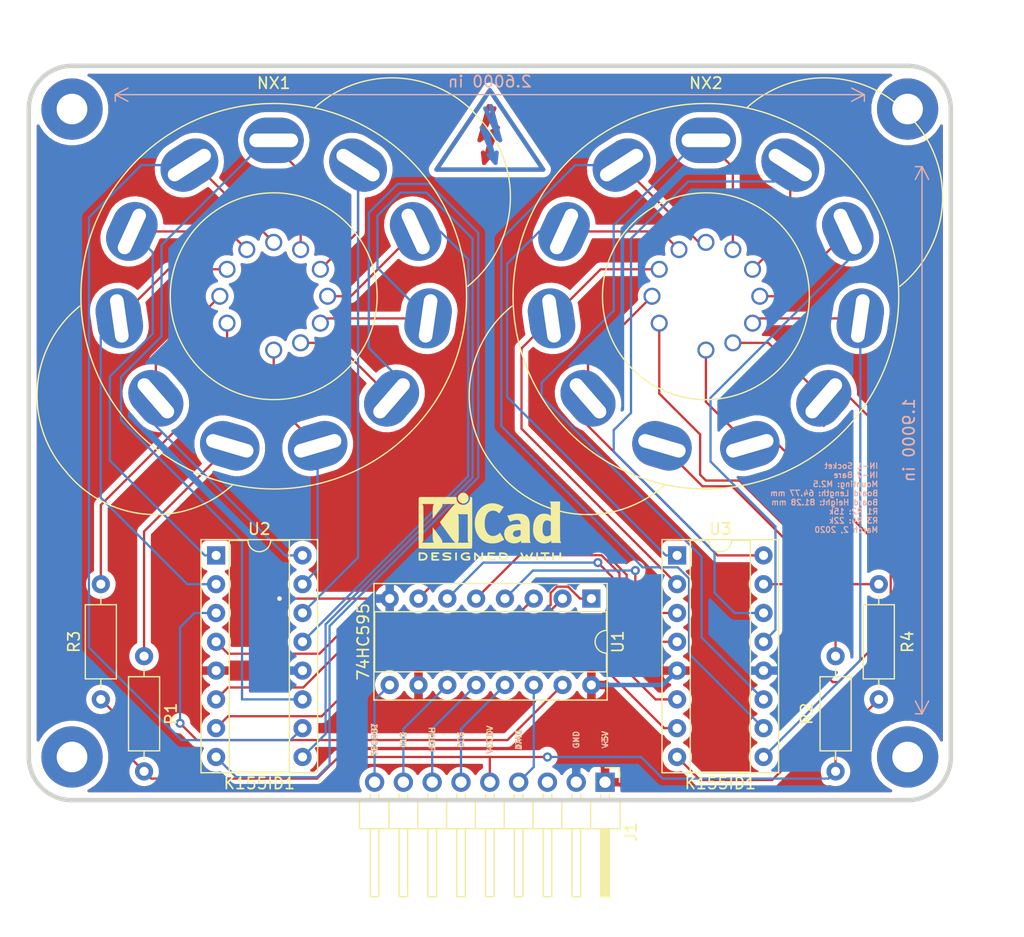
<source format=kicad_pcb>
(kicad_pcb (version 20171130) (host pcbnew "(5.1.5-0-10_14)")
  (layers (0 F.Cu signal) (31 B.Cu signal) (34 B.Paste user) (35 F.Paste user) (36 B.SilkS user) (37 F.SilkS user) (38 B.Mask user) (39 F.Mask user) (44 Edge.Cuts user))
  (net 0 "")
  (net 1 /LATCH)
  (net 2 /CLK)
  (net 3 /DATA)
  (net 4 /nOE)
  (net 5 "Net-(J1-Pad4)")
  (net 6 /SEROUT)
  (net 7 GND)
  (net 8 +5V)
  (net 9 /NX1_Anode)
  (net 10 /NX1_0)
  (net 11 /NX1_9)
  (net 12 /NX1_8)
  (net 13 /NX1_7)
  (net 14 /NX1_6)
  (net 15 /NX1_5)
  (net 16 /NX1_4)
  (net 17 /NX1_3)
  (net 18 /NX1_2)
  (net 19 /NX1_1)
  (net 20 /NX2_Anode)
  (net 21 /NX2_0)
  (net 22 /NX2_9)
  (net 23 /NX2_8)
  (net 24 /NX2_7)
  (net 25 /NX2_6)
  (net 26 /NX2_5)
  (net 27 /NX2_4)
  (net 28 /NX2_3)
  (net 29 /NX2_2)
  (net 30 /NX2_1)
  (net 31 /A1)
  (net 32 /D2)
  (net 33 /C2)
  (net 34 /B2)
  (net 35 /A2)
  (net 36 /D1)
  (net 37 /C1)
  (net 38 /B1)
  (net 39 /+170V)
  (net 40 /NX3_Anode)
  (net 41 /NX4_Anode)
  (module Symbol:Symbol_HighVoltage_Type2_CopperTop_VerySmall (layer B.Cu) (at 82.55 49.53 180)
    (fp_text reference REF** hide)
    (fp_text value Symbol_HighVoltage_Type2_CopperTop_VerySmall)
    (fp_line (start -0.49784 -2.19964) (end 0.70104 0.89916) (layer B.Cu) (width 0.381))
    (fp_line (start 0.70104 0.89916) (end 0.1016 0.50038) (layer B.Cu) (width 0.381))
    (fp_line (start -0.89916 -0.20066) (end 0.40132 2.60096) (layer B.Cu) (width 0.381))
    (fp_line (start -0.49784 -2.19964) (end 0.1016 -1.50114) (layer B.Cu) (width 0.381))
    (fp_line (start -0.09906 2.79908) (end -0.89916 -0.20066) (layer B.Cu) (width 0.381))
    (fp_line (start -0.89916 -0.20066) (end 0.29972 0.59944) (layer B.Cu) (width 0.381))
    (fp_line (start 0.29972 0.59944) (end -0.49784 -2.19964) (layer B.Cu) (width 0.381))
    (fp_line (start -0.49784 -2.19964) (end -0.59944 -1.30048) (layer B.Cu) (width 0.381))
    (fp_line (start 0 4.191) (end 4.699 -2.794) (layer B.Cu) (width 0.381))
    (fp_line (start 4.699 -2.794) (end -4.699 -2.794) (layer B.Cu) (width 0.381))
    (fp_line (start -4.699 -2.794) (end 0 4.191) (layer B.Cu) (width 0.381))
  )
  (module Symbol:Symbol_HighVoltage_Type2_CopperTop_VerySmall (layer F.Cu) (at 82.55 49.53)
    (fp_text reference REF** hide)
    (fp_text value Symbol_HighVoltage_Type2_CopperTop_VerySmall)
    (fp_line (start -4.699 2.794) (end 0 -4.191) (layer F.Cu) (width 0.381))
    (fp_line (start 4.699 2.794) (end -4.699 2.794) (layer F.Cu) (width 0.381))
    (fp_line (start 0 -4.191) (end 4.699 2.794) (layer F.Cu) (width 0.381))
    (fp_line (start -0.49784 2.19964) (end -0.59944 1.30048) (layer F.Cu) (width 0.381))
    (fp_line (start 0.29972 -0.59944) (end -0.49784 2.19964) (layer F.Cu) (width 0.381))
    (fp_line (start -0.89916 0.20066) (end 0.29972 -0.59944) (layer F.Cu) (width 0.381))
    (fp_line (start -0.09906 -2.79908) (end -0.89916 0.20066) (layer F.Cu) (width 0.381))
    (fp_line (start -0.49784 2.19964) (end 0.1016 1.50114) (layer F.Cu) (width 0.381))
    (fp_line (start -0.89916 0.20066) (end 0.40132 -2.60096) (layer F.Cu) (width 0.381))
    (fp_line (start 0.70104 -0.89916) (end 0.1016 -0.50038) (layer F.Cu) (width 0.381))
    (fp_line (start -0.49784 2.19964) (end 0.70104 -0.89916) (layer F.Cu) (width 0.381))
  )
  (module Symbol:KiCad-Logo2_5mm_SilkScreen (layer F.Cu) (at 82.55 83.82)
    (fp_text reference REF** hide)
    (fp_text value KiCad-Logo2_5mm_SilkScreen hide)
  )
  (module MountingHole:MountingHole_2.7mm_M2.5_Pad (layer F.Cu) (at 45.72 104.14)
    (fp_text reference REF** hide)
    (fp_text value MountingHole_2.7mm_M2.5_Pad)
    (pad 1 thru_hole circle (at 0 0) (size 5.4 5.4) (drill 2.7) (layers *.Cu *.Mask))
  )
  (module MountingHole:MountingHole_2.7mm_M2.5_Pad (layer F.Cu) (at 119.38 104.14)
    (fp_text reference REF** hide)
    (fp_text value MountingHole_2.7mm_M2.5_Pad)
    (pad 1 thru_hole circle (at 0 0) (size 5.4 5.4) (drill 2.7) (layers *.Cu *.Mask))
  )
  (module MountingHole:MountingHole_2.7mm_M2.5_Pad (layer F.Cu) (at 45.72 46.99)
    (fp_text reference REF** hide)
    (fp_text value MountingHole_2.7mm_M2.5_Pad)
    (pad 1 thru_hole circle (at 0 0) (size 5.4 5.4) (drill 2.7) (layers *.Cu *.Mask))
  )
  (module MountingHole:MountingHole_2.7mm_M2.5_Pad (layer F.Cu) (at 119.38 46.99)
    (fp_text reference REF** hide)
    (fp_text value MountingHole_2.7mm_M2.5_Pad)
    (pad 1 thru_hole circle (at 0 0) (size 5.4 5.4) (drill 2.7) (layers *.Cu *.Mask))
  )
  (module Resistor_THT:R_Axial_DIN0207_L6.3mm_D2.5mm_P10.16mm_Horizontal (layer F.Cu) (at 116.84 99.06 90)
    (fp_text reference R4 (at 5.08 2.54 90) (layer F.SilkS))
    (fp_text value 22k)
    (pad 2 thru_hole oval (at 10.16 0 90) (size 1.6 1.6) (drill 0.8) (layers *.Cu *.Mask) (net 41 /NX4_Anode))
    (pad 1 thru_hole circle (at 0 0 90) (size 1.6 1.6) (drill 0.8) (layers *.Cu *.Mask) (net 39 /+170V))
  )
  (module Resistor_THT:R_Axial_DIN0207_L6.3mm_D2.5mm_P10.16mm_Horizontal (layer F.Cu) (at 48.26 99.06 90)
    (fp_text reference R3 (at 5.08 -2.37 90) (layer F.SilkS))
    (fp_text value 22k)
    (pad 2 thru_hole oval (at 10.16 0 90) (size 1.6 1.6) (drill 0.8) (layers *.Cu *.Mask) (net 40 /NX3_Anode))
    (pad 1 thru_hole circle (at 0 0 90) (size 1.6 1.6) (drill 0.8) (layers *.Cu *.Mask) (net 39 /+170V))
  )
  (module Personal:IN-2_Bare (layer F.Cu) (at 101.6 63.5)
    (fp_text reference NX4 hide)
    (fp_text value IN-2 hide)
    (pad 1 thru_hole oval (at 0 4.75) (size 1.5 1.5) (drill 1.1) (layers *.Cu *.Mask) (net 30 /NX2_1))
    (pad 2 thru_hole oval (at 2.375 4.11362) (size 1.5 1.5) (drill 1.1) (layers *.Cu *.Mask) (net 29 /NX2_2))
    (pad 3 thru_hole oval (at 4.11362 2.375) (size 1.5 1.5) (drill 1.1) (layers *.Cu *.Mask) (net 28 /NX2_3))
    (pad 4 thru_hole oval (at 4.75 0) (size 1.5 1.5) (drill 1.1) (layers *.Cu *.Mask) (net 27 /NX2_4))
    (pad 5 thru_hole oval (at 4.11362 -2.375) (size 1.5 1.5) (drill 1.1) (layers *.Cu *.Mask) (net 26 /NX2_5))
    (pad 6 thru_hole oval (at 2.375 -4.11362) (size 1.5 1.5) (drill 1.1) (layers *.Cu *.Mask) (net 25 /NX2_6))
    (pad 7 thru_hole oval (at 0 -4.75) (size 1.5 1.5) (drill 1.1) (layers *.Cu *.Mask) (net 24 /NX2_7))
    (pad 8 thru_hole oval (at -2.374999 -4.11362) (size 1.5 1.5) (drill 1.1) (layers *.Cu *.Mask) (net 23 /NX2_8))
    (pad 9 thru_hole oval (at -4.11362 -2.374999) (size 1.5 1.5) (drill 1.1) (layers *.Cu *.Mask) (net 22 /NX2_9))
    (pad 0 thru_hole oval (at -4.75 0) (size 1.5 1.5) (drill 1.1) (layers *.Cu *.Mask) (net 21 /NX2_0))
    (pad A thru_hole oval (at -4.11362 2.374999) (size 1.5 1.5) (drill 1.1) (layers *.Cu *.Mask) (net 41 /NX4_Anode))
  )
  (module Personal:IN-2_Bare (layer F.Cu) (at 63.5 63.5)
    (fp_text reference NX3 hide)
    (fp_text value IN-2 hide)
    (pad 1 thru_hole oval (at 0 4.75) (size 1.5 1.5) (drill 1.1) (layers *.Cu *.Mask) (net 19 /NX1_1))
    (pad 2 thru_hole oval (at 2.375 4.11362) (size 1.5 1.5) (drill 1.1) (layers *.Cu *.Mask) (net 18 /NX1_2))
    (pad 3 thru_hole oval (at 4.11362 2.375) (size 1.5 1.5) (drill 1.1) (layers *.Cu *.Mask) (net 17 /NX1_3))
    (pad 4 thru_hole oval (at 4.75 0) (size 1.5 1.5) (drill 1.1) (layers *.Cu *.Mask) (net 16 /NX1_4))
    (pad 5 thru_hole oval (at 4.11362 -2.375) (size 1.5 1.5) (drill 1.1) (layers *.Cu *.Mask) (net 15 /NX1_5))
    (pad 6 thru_hole oval (at 2.375 -4.11362) (size 1.5 1.5) (drill 1.1) (layers *.Cu *.Mask) (net 14 /NX1_6))
    (pad 7 thru_hole oval (at 0 -4.75) (size 1.5 1.5) (drill 1.1) (layers *.Cu *.Mask) (net 13 /NX1_7))
    (pad 8 thru_hole oval (at -2.374999 -4.11362) (size 1.5 1.5) (drill 1.1) (layers *.Cu *.Mask) (net 12 /NX1_8))
    (pad 9 thru_hole oval (at -4.11362 -2.374999) (size 1.5 1.5) (drill 1.1) (layers *.Cu *.Mask) (net 11 /NX1_9))
    (pad 0 thru_hole oval (at -4.75 0) (size 1.5 1.5) (drill 1.1) (layers *.Cu *.Mask) (net 10 /NX1_0))
    (pad A thru_hole oval (at -4.11362 2.374999) (size 1.5 1.5) (drill 1.1) (layers *.Cu *.Mask) (net 40 /NX3_Anode))
  )
  (module Package_DIP:DIP-16_W7.62mm_Socket (layer F.Cu) (at 99.06 86.36)
    (fp_text reference U3 (at 3.81 -2.33) (layer F.SilkS))
    (fp_text value K155ID1 (at 3.81 20.11) (layer F.SilkS))
    (pad 16 thru_hole oval (at 7.62 0) (size 1.6 1.6) (drill 0.8) (layers *.Cu *.Mask) (net 21 /NX2_0))
    (pad 8 thru_hole oval (at 0 17.78) (size 1.6 1.6) (drill 0.8) (layers *.Cu *.Mask) (net 29 /NX2_2))
    (pad 15 thru_hole oval (at 7.62 2.54) (size 1.6 1.6) (drill 0.8) (layers *.Cu *.Mask) (net 30 /NX2_1))
    (pad 7 thru_hole oval (at 0 15.24) (size 1.6 1.6) (drill 0.8) (layers *.Cu *.Mask) (net 33 /C2))
    (pad 14 thru_hole oval (at 7.62 5.08) (size 1.6 1.6) (drill 0.8) (layers *.Cu *.Mask) (net 26 /NX2_5))
    (pad 6 thru_hole oval (at 0 12.7) (size 1.6 1.6) (drill 0.8) (layers *.Cu *.Mask) (net 34 /B2))
    (pad 13 thru_hole oval (at 7.62 7.62) (size 1.6 1.6) (drill 0.8) (layers *.Cu *.Mask) (net 27 /NX2_4))
    (pad 5 thru_hole oval (at 0 10.16) (size 1.6 1.6) (drill 0.8) (layers *.Cu *.Mask) (net 8 +5V))
    (pad 12 thru_hole oval (at 7.62 10.16) (size 1.6 1.6) (drill 0.8) (layers *.Cu *.Mask) (net 7 GND))
    (pad 4 thru_hole oval (at 0 7.62) (size 1.6 1.6) (drill 0.8) (layers *.Cu *.Mask) (net 32 /D2))
    (pad 11 thru_hole oval (at 7.62 12.7) (size 1.6 1.6) (drill 0.8) (layers *.Cu *.Mask) (net 25 /NX2_6))
    (pad 3 thru_hole oval (at 0 5.08) (size 1.6 1.6) (drill 0.8) (layers *.Cu *.Mask) (net 35 /A2))
    (pad 10 thru_hole oval (at 7.62 15.24) (size 1.6 1.6) (drill 0.8) (layers *.Cu *.Mask) (net 24 /NX2_7))
    (pad 2 thru_hole oval (at 0 2.54) (size 1.6 1.6) (drill 0.8) (layers *.Cu *.Mask) (net 22 /NX2_9))
    (pad 9 thru_hole oval (at 7.62 17.78) (size 1.6 1.6) (drill 0.8) (layers *.Cu *.Mask) (net 28 /NX2_3))
    (pad 1 thru_hole rect (at 0 0) (size 1.6 1.6) (drill 0.8) (layers *.Cu *.Mask) (net 23 /NX2_8))
  )
  (module Package_DIP:DIP-16_W7.62mm_Socket (layer F.Cu) (at 58.42 86.36)
    (fp_text reference U2 (at 3.81 -2.33) (layer F.SilkS))
    (fp_text value K155ID1 (at 3.81 20.11) (layer F.SilkS))
    (pad 16 thru_hole oval (at 7.62 0) (size 1.6 1.6) (drill 0.8) (layers *.Cu *.Mask) (net 10 /NX1_0))
    (pad 8 thru_hole oval (at 0 17.78) (size 1.6 1.6) (drill 0.8) (layers *.Cu *.Mask) (net 18 /NX1_2))
    (pad 15 thru_hole oval (at 7.62 2.54) (size 1.6 1.6) (drill 0.8) (layers *.Cu *.Mask) (net 19 /NX1_1))
    (pad 7 thru_hole oval (at 0 15.24) (size 1.6 1.6) (drill 0.8) (layers *.Cu *.Mask) (net 37 /C1))
    (pad 14 thru_hole oval (at 7.62 5.08) (size 1.6 1.6) (drill 0.8) (layers *.Cu *.Mask) (net 15 /NX1_5))
    (pad 6 thru_hole oval (at 0 12.7) (size 1.6 1.6) (drill 0.8) (layers *.Cu *.Mask) (net 38 /B1))
    (pad 13 thru_hole oval (at 7.62 7.62) (size 1.6 1.6) (drill 0.8) (layers *.Cu *.Mask) (net 16 /NX1_4))
    (pad 5 thru_hole oval (at 0 10.16) (size 1.6 1.6) (drill 0.8) (layers *.Cu *.Mask) (net 8 +5V))
    (pad 12 thru_hole oval (at 7.62 10.16) (size 1.6 1.6) (drill 0.8) (layers *.Cu *.Mask) (net 7 GND))
    (pad 4 thru_hole oval (at 0 7.62) (size 1.6 1.6) (drill 0.8) (layers *.Cu *.Mask) (net 36 /D1))
    (pad 11 thru_hole oval (at 7.62 12.7) (size 1.6 1.6) (drill 0.8) (layers *.Cu *.Mask) (net 14 /NX1_6))
    (pad 3 thru_hole oval (at 0 5.08) (size 1.6 1.6) (drill 0.8) (layers *.Cu *.Mask) (net 31 /A1))
    (pad 10 thru_hole oval (at 7.62 15.24) (size 1.6 1.6) (drill 0.8) (layers *.Cu *.Mask) (net 13 /NX1_7))
    (pad 2 thru_hole oval (at 0 2.54) (size 1.6 1.6) (drill 0.8) (layers *.Cu *.Mask) (net 11 /NX1_9))
    (pad 9 thru_hole oval (at 7.62 17.78) (size 1.6 1.6) (drill 0.8) (layers *.Cu *.Mask) (net 17 /NX1_3))
    (pad 1 thru_hole rect (at 0 0) (size 1.6 1.6) (drill 0.8) (layers *.Cu *.Mask) (net 12 /NX1_8))
  )
  (module Package_DIP:DIP-16_W7.62mm_Socket (layer F.Cu) (at 91.5035 90.17 270)
    (fp_text reference U1 (at 3.81 -2.33 90) (layer F.SilkS))
    (fp_text value 74HC595 (at 3.81 20.11 90) (layer F.SilkS))
    (pad 16 thru_hole oval (at 7.62 0 270) (size 1.6 1.6) (drill 0.8) (layers *.Cu *.Mask) (net 8 +5V))
    (pad 8 thru_hole oval (at 0 17.78 270) (size 1.6 1.6) (drill 0.8) (layers *.Cu *.Mask) (net 7 GND))
    (pad 15 thru_hole oval (at 7.62 2.54 270) (size 1.6 1.6) (drill 0.8) (layers *.Cu *.Mask) (net 31 /A1))
    (pad 7 thru_hole oval (at 0 15.24 270) (size 1.6 1.6) (drill 0.8) (layers *.Cu *.Mask) (net 32 /D2))
    (pad 14 thru_hole oval (at 7.62 5.08 270) (size 1.6 1.6) (drill 0.8) (layers *.Cu *.Mask) (net 3 /DATA))
    (pad 6 thru_hole oval (at 0 12.7 270) (size 1.6 1.6) (drill 0.8) (layers *.Cu *.Mask) (net 33 /C2))
    (pad 13 thru_hole oval (at 7.62 7.62 270) (size 1.6 1.6) (drill 0.8) (layers *.Cu *.Mask) (net 4 /nOE))
    (pad 5 thru_hole oval (at 0 10.16 270) (size 1.6 1.6) (drill 0.8) (layers *.Cu *.Mask) (net 34 /B2))
    (pad 12 thru_hole oval (at 7.62 10.16 270) (size 1.6 1.6) (drill 0.8) (layers *.Cu *.Mask) (net 1 /LATCH))
    (pad 4 thru_hole oval (at 0 7.62 270) (size 1.6 1.6) (drill 0.8) (layers *.Cu *.Mask) (net 35 /A2))
    (pad 11 thru_hole oval (at 7.62 12.7 270) (size 1.6 1.6) (drill 0.8) (layers *.Cu *.Mask) (net 2 /CLK))
    (pad 3 thru_hole oval (at 0 5.08 270) (size 1.6 1.6) (drill 0.8) (layers *.Cu *.Mask) (net 36 /D1))
    (pad 10 thru_hole oval (at 7.62 15.24 270) (size 1.6 1.6) (drill 0.8) (layers *.Cu *.Mask) (net 8 +5V))
    (pad 2 thru_hole oval (at 0 2.54 270) (size 1.6 1.6) (drill 0.8) (layers *.Cu *.Mask) (net 37 /C1))
    (pad 9 thru_hole oval (at 7.62 17.78 270) (size 1.6 1.6) (drill 0.8) (layers *.Cu *.Mask) (net 6 /SEROUT))
    (pad 1 thru_hole rect (at 0 0 270) (size 1.6 1.6) (drill 0.8) (layers *.Cu *.Mask) (net 38 /B1))
  )
  (module Resistor_THT:R_Axial_DIN0207_L6.3mm_D2.5mm_P10.16mm_Horizontal (layer F.Cu) (at 113.03 95.25 270)
    (fp_text reference R2 (at 5.08 2.54 90) (layer F.SilkS))
    (fp_text value 15k)
    (pad 2 thru_hole oval (at 10.16 0 270) (size 1.6 1.6) (drill 0.8) (layers *.Cu *.Mask) (net 39 /+170V))
    (pad 1 thru_hole circle (at 0 0 270) (size 1.6 1.6) (drill 0.8) (layers *.Cu *.Mask) (net 20 /NX2_Anode))
  )
  (module Resistor_THT:R_Axial_DIN0207_L6.3mm_D2.5mm_P10.16mm_Horizontal (layer F.Cu) (at 52.07 95.25 270)
    (fp_text reference R1 (at 5.08 -2.37 90) (layer F.SilkS))
    (fp_text value 15k)
    (pad 2 thru_hole oval (at 10.16 0 270) (size 1.6 1.6) (drill 0.8) (layers *.Cu *.Mask) (net 39 /+170V))
    (pad 1 thru_hole circle (at 0 0 270) (size 1.6 1.6) (drill 0.8) (layers *.Cu *.Mask) (net 9 /NX1_Anode))
  )
  (module Personal:IN-1_Socket (layer F.Cu) (at 101.6 63.5)
    (fp_text reference NX2 (at 0 -18.796) (layer F.SilkS))
    (fp_text value IN-1 hide)
    (pad A thru_hole oval (at -3.874659 13.192782 343.6) (size 5.3 4) (drill oval 4.3 1.2) (layers *.Cu *.Mask) (net 20 /NX2_Anode))
    (pad 0 thru_hole oval (at -10.392128 9.003675 310.9) (size 5.3 4) (drill oval 4.3 1.2) (layers *.Cu *.Mask) (net 21 /NX2_0))
    (pad 9 thru_hole oval (at -13.610168 1.955965 278.2) (size 5.3 4) (drill oval 4.3 1.2) (layers *.Cu *.Mask) (net 22 /NX2_9))
    (pad 8 thru_hole oval (at -12.507077 -5.71275 245.5) (size 5.3 4) (drill oval 4.3 1.2) (layers *.Cu *.Mask) (net 23 /NX2_8))
    (pad 7 thru_hole oval (at -7.433077 -11.567707 212.7) (size 5.3 4) (drill oval 4.3 1.2) (layers *.Cu *.Mask) (net 24 /NX2_7))
    (pad 6 thru_hole oval (at 0.000872 -13.749999 180) (size 5.3 4) (drill oval 4.3 1.2) (layers *.Cu *.Mask) (net 25 /NX2_6))
    (pad 5 thru_hole oval (at 7.434545 -11.566764 147.3) (size 5.3 4) (drill oval 4.3 1.2) (layers *.Cu *.Mask) (net 26 /NX2_5))
    (pad 4 thru_hole oval (at 12.507802 -5.711162 114.6) (size 5.3 4) (drill oval 4.3 1.2) (layers *.Cu *.Mask) (net 27 /NX2_4))
    (pad 3 thru_hole oval (at 13.60992 1.957692 81.8) (size 5.3 4) (drill oval 4.3 1.2) (layers *.Cu *.Mask) (net 28 /NX2_3))
    (pad 2 thru_hole oval (at 10.390985 9.004994 49.1) (size 5.3 4) (drill oval 4.3 1.2) (layers *.Cu *.Mask) (net 29 /NX2_2))
    (pad 1 thru_hole oval (at 3.872985 13.193274 16.4) (size 5.3 4) (drill oval 4.3 1.2) (layers *.Cu *.Mask) (net 30 /NX2_1))
  )
  (module Personal:IN-1_Socket (layer F.Cu) (at 63.5 63.5)
    (fp_text reference NX1 (at 0 -18.796) (layer F.SilkS))
    (fp_text value IN-1 hide)
    (pad A thru_hole oval (at -3.874659 13.192782 343.6) (size 5.3 4) (drill oval 4.3 1.2) (layers *.Cu *.Mask) (net 9 /NX1_Anode))
    (pad 0 thru_hole oval (at -10.392128 9.003675 310.9) (size 5.3 4) (drill oval 4.3 1.2) (layers *.Cu *.Mask) (net 10 /NX1_0))
    (pad 9 thru_hole oval (at -13.610168 1.955965 278.2) (size 5.3 4) (drill oval 4.3 1.2) (layers *.Cu *.Mask) (net 11 /NX1_9))
    (pad 8 thru_hole oval (at -12.507077 -5.71275 245.5) (size 5.3 4) (drill oval 4.3 1.2) (layers *.Cu *.Mask) (net 12 /NX1_8))
    (pad 7 thru_hole oval (at -7.433077 -11.567707 212.7) (size 5.3 4) (drill oval 4.3 1.2) (layers *.Cu *.Mask) (net 13 /NX1_7))
    (pad 6 thru_hole oval (at 0.000872 -13.749999 180) (size 5.3 4) (drill oval 4.3 1.2) (layers *.Cu *.Mask) (net 14 /NX1_6))
    (pad 5 thru_hole oval (at 7.434545 -11.566764 147.3) (size 5.3 4) (drill oval 4.3 1.2) (layers *.Cu *.Mask) (net 15 /NX1_5))
    (pad 4 thru_hole oval (at 12.507802 -5.711162 114.6) (size 5.3 4) (drill oval 4.3 1.2) (layers *.Cu *.Mask) (net 16 /NX1_4))
    (pad 3 thru_hole oval (at 13.60992 1.957692 81.8) (size 5.3 4) (drill oval 4.3 1.2) (layers *.Cu *.Mask) (net 17 /NX1_3))
    (pad 2 thru_hole oval (at 10.390985 9.004994 49.1) (size 5.3 4) (drill oval 4.3 1.2) (layers *.Cu *.Mask) (net 18 /NX1_2))
    (pad 1 thru_hole oval (at 3.872985 13.193274 16.4) (size 5.3 4) (drill oval 4.3 1.2) (layers *.Cu *.Mask) (net 19 /NX1_1))
  )
  (module Connector_PinHeader_2.54mm:PinHeader_1x09_P2.54mm_Horizontal (layer F.Cu) (at 92.71 106.3625 270)
    (fp_text reference J1 (at 4.385 -2.27 90) (layer F.SilkS))
    (fp_text value Conn_01x09_Male)
    (pad 9 thru_hole oval (at 0 20.32 270) (size 1.7 1.7) (drill 1) (layers *.Cu *.Mask) (net 6 /SEROUT))
    (pad 8 thru_hole oval (at 0 17.78 270) (size 1.7 1.7) (drill 1) (layers *.Cu *.Mask) (net 2 /CLK))
    (pad 7 thru_hole oval (at 0 15.24 270) (size 1.7 1.7) (drill 1) (layers *.Cu *.Mask) (net 1 /LATCH))
    (pad 6 thru_hole oval (at 0 12.7 270) (size 1.7 1.7) (drill 1) (layers *.Cu *.Mask) (net 4 /nOE))
    (pad 5 thru_hole oval (at 0 10.16 270) (size 1.7 1.7) (drill 1) (layers *.Cu *.Mask) (net 39 /+170V))
    (pad 4 thru_hole oval (at 0 7.62 270) (size 1.7 1.7) (drill 1) (layers *.Cu *.Mask) (net 3 /DATA))
    (pad 3 thru_hole oval (at 0 5.08 270) (size 1.7 1.7) (drill 1) (layers *.Cu *.Mask) (net 5 "Net-(J1-Pad4)"))
    (pad 2 thru_hole oval (at 0 2.54 270) (size 1.7 1.7) (drill 1) (layers *.Cu *.Mask) (net 7 GND))
    (pad 1 thru_hole rect (at 0 0 270) (size 1.7 1.7) (drill 1) (layers *.Cu *.Mask) (net 8 +5V))
  )
  (dimension 66.04 (width 0.12) (layer B.SilkS) (gr_text "73.66 mm" (at 82.55 46.99) (layer B.SilkS) (effects (font (size 1 1) (thickness 0.15)) (justify mirror))) (feature1 (pts (xy 115.57 45.72) (xy 115.57 46.306421))) (feature2 (pts (xy 49.53 45.72) (xy 49.53 46.306421))) (crossbar (pts (xy 49.53 45.72) (xy 115.57 45.72))) (arrow1a (pts (xy 115.57 45.72) (xy 114.443496 46.306421))) (arrow1b (pts (xy 115.57 45.72) (xy 114.443496 45.133579))) (arrow2a (pts (xy 49.53 45.72) (xy 50.656504 46.306421))) (arrow2b (pts (xy 49.53 45.72) (xy 50.656504 45.133579))))
  (dimension 48.26 (width 0.12) (layer B.SilkS) (gr_text "57.15 mm" (at 119.38 76.2 270) (layer B.SilkS) (effects (font (size 1 1) (thickness 0.15)) (justify mirror))) (feature1 (pts (xy 120.65 100.33) (xy 120.063579 100.33))) (feature2 (pts (xy 120.65 52.07) (xy 120.063579 52.07))) (crossbar (pts (xy 120.65 52.07) (xy 120.65 100.33))) (arrow1a (pts (xy 120.65 100.33) (xy 120.063579 99.203496))) (arrow1b (pts (xy 120.65 100.33) (xy 121.236421 99.203496))) (arrow2a (pts (xy 120.65 52.07) (xy 120.063579 53.196504))) (arrow2b (pts (xy 120.65 52.07) (xy 121.236421 53.196504))))
  (gr_text "IN-1 Socket\nIN-2 Bare\nMounting: M2.5\nBoard Length: 64.77 mm\nBoard Height: 81.28 mm\nR1 R2: 15k\nR3 R4: 22k\nMarch 2, 2020" (at 116.84 81.28) (layer B.SilkS) (effects (font (size 0.5 0.5) (thickness 0.1)) (justify left mirror)))
  (gr_text SEROUT (at 72.39 102.616 90) (layer B.SilkS) (effects (font (size 0.5 0.5) (thickness 0.1)) (justify mirror)))
  (gr_text CLK (at 74.93 102.616 90) (layer B.SilkS) (effects (font (size 0.5 0.5) (thickness 0.1)) (justify mirror)))
  (gr_text LATCH (at 77.47 102.616 90) (layer B.SilkS) (effects (font (size 0.5 0.5) (thickness 0.1)) (justify mirror)))
  (gr_text nOE (at 80.01 102.616 90) (layer B.SilkS) (effects (font (size 0.5 0.5) (thickness 0.1)) (justify mirror)))
  (gr_text +170V (at 82.55 102.616 90) (layer B.SilkS) (effects (font (size 0.5 0.5) (thickness 0.1)) (justify mirror)))
  (gr_text DATA (at 85.09 102.616 90) (layer B.SilkS) (effects (font (size 0.5 0.5) (thickness 0.1)) (justify mirror)))
  (gr_text GND (at 90.17 102.616 90) (layer B.SilkS) (effects (font (size 0.5 0.5) (thickness 0.1)) (justify mirror)))
  (gr_text +5V (at 92.71 102.616 90) (layer B.SilkS) (effects (font (size 0.5 0.5) (thickness 0.1)) (justify mirror)))
  (gr_text +5V (at 92.71 102.616 90) (layer F.SilkS) (effects (font (size 0.5 0.5) (thickness 0.1))))
  (gr_text GND (at 90.17 102.616 90) (layer F.SilkS) (effects (font (size 0.5 0.5) (thickness 0.1))))
  (gr_text DATA (at 85.09 102.616 90) (layer F.SilkS) (effects (font (size 0.5 0.5) (thickness 0.1))))
  (gr_text +170V (at 82.55 102.616 90) (layer F.SilkS) (effects (font (size 0.5 0.5) (thickness 0.1))))
  (gr_text nOE (at 80.01 102.616 90) (layer F.SilkS) (effects (font (size 0.5 0.5) (thickness 0.1))))
  (gr_text LATCH (at 77.47 102.616 90) (layer F.SilkS) (effects (font (size 0.5 0.5) (thickness 0.1))))
  (gr_text CLK (at 74.93 102.616 90) (layer F.SilkS) (effects (font (size 0.5 0.5) (thickness 0.1))))
  (gr_text SEROUT (at 72.39 102.616 90) (layer F.SilkS) (effects (font (size 0.5 0.5) (thickness 0.1))))
  (gr_arc (start 45.72 104.14) (end 41.91 104.14) (angle -90) (layer Edge.Cuts) (width 0.4))
  (gr_arc (start 45.72 46.99) (end 45.72 43.18) (angle -90) (layer Edge.Cuts) (width 0.4))
  (gr_arc (start 119.38 46.99) (end 123.19 46.99) (angle -90) (layer Edge.Cuts) (width 0.4))
  (gr_arc (start 119.38 104.14) (end 119.38 107.95) (angle -90) (layer Edge.Cuts) (width 0.4))
  (gr_line (start 41.91 46.99) (end 41.91 104.14) (layer Edge.Cuts) (width 0.4))
  (gr_line (start 119.38 43.18) (end 45.72 43.18) (layer Edge.Cuts) (width 0.4))
  (gr_line (start 123.19 104.14) (end 123.19 46.99) (layer Edge.Cuts) (width 0.4))
  (gr_line (start 45.72 107.95) (end 119.38 107.95) (layer Edge.Cuts) (width 0.4))
  (segment (start 77.47 101.6635) (end 81.3435 97.79) (width 0.2) (layer B.Cu) (net 1))
  (segment (start 77.47 106.3625) (end 77.47 101.6635) (width 0.2) (layer B.Cu) (net 1))
  (segment (start 74.93 101.6635) (end 78.8035 97.79) (width 0.2) (layer B.Cu) (net 2))
  (segment (start 74.93 106.3625) (end 74.93 101.6635) (width 0.2) (layer B.Cu) (net 2))
  (segment (start 86.4235 105.029) (end 85.09 106.3625) (width 0.2) (layer B.Cu) (net 3))
  (segment (start 86.4235 97.79) (end 86.4235 105.029) (width 0.2) (layer B.Cu) (net 3))
  (segment (start 80.01 101.6635) (end 83.8835 97.79) (width 0.2) (layer B.Cu) (net 4))
  (segment (start 80.01 106.3625) (end 80.01 101.6635) (width 0.2) (layer B.Cu) (net 4))
  (segment (start 72.39 99.1235) (end 73.7235 97.79) (width 0.2) (layer B.Cu) (net 6))
  (segment (start 72.39 106.3625) (end 72.39 99.1235) (width 0.2) (layer B.Cu) (net 6))
  (via (at 64.008 90.17) (size 0.8) (drill 0.4) (layers F.Cu B.Cu) (net 7))
  (segment (start 64.008 90.17) (end 73.7235 90.17) (width 0.2) (layer F.Cu) (net 7))
  (via (at 87.63 104.14) (size 0.8) (drill 0.4) (layers F.Cu B.Cu) (net 39))
  (segment (start 97.79 97.79) (end 91.5035 97.79) (width 0.4) (layer B.Cu) (net 8))
  (segment (start 99.06 96.52) (end 97.79 97.79) (width 0.4) (layer B.Cu) (net 8))
  (segment (start 59.625341 76.692782) (end 52.07 84.248123) (width 0.2) (layer F.Cu) (net 9))
  (segment (start 52.07 84.248123) (end 52.07 95.25) (width 0.2) (layer F.Cu) (net 9))
  (segment (start 53.107872 69.142128) (end 53.107872 72.503675) (width 0.2) (layer F.Cu) (net 10))
  (segment (start 58.75 63.5) (end 53.107872 69.142128) (width 0.2) (layer F.Cu) (net 10))
  (segment (start 64.90863 86.36) (end 66.04 86.36) (width 0.2) (layer B.Cu) (net 10))
  (segment (start 64.525511 86.36) (end 64.90863 86.36) (width 0.2) (layer B.Cu) (net 10))
  (segment (start 53.107872 74.942361) (end 64.525511 86.36) (width 0.2) (layer B.Cu) (net 10))
  (segment (start 53.107872 72.503675) (end 53.107872 74.942361) (width 0.2) (layer B.Cu) (net 10))
  (segment (start 54.220796 61.125001) (end 49.889832 65.455965) (width 0.2) (layer F.Cu) (net 11))
  (segment (start 59.38638 61.125001) (end 54.220796 61.125001) (width 0.2) (layer F.Cu) (net 11))
  (segment (start 55.88 88.9) (end 58.42 88.9) (width 0.2) (layer B.Cu) (net 11))
  (segment (start 48.252148 81.272148) (end 55.88 88.9) (width 0.2) (layer B.Cu) (net 11))
  (segment (start 48.252148 67.093649) (end 48.252148 81.272148) (width 0.2) (layer B.Cu) (net 11))
  (segment (start 49.889832 65.455965) (end 48.252148 67.093649) (width 0.2) (layer B.Cu) (net 11))
  (segment (start 59.525871 57.78725) (end 50.992923 57.78725) (width 0.2) (layer F.Cu) (net 12))
  (segment (start 61.125001 59.38638) (end 59.525871 57.78725) (width 0.2) (layer F.Cu) (net 12))
  (segment (start 52.496497 59.290824) (end 50.992923 57.78725) (width 0.2) (layer B.Cu) (net 12))
  (segment (start 52.832 59.626327) (end 50.992923 57.78725) (width 0.2) (layer B.Cu) (net 12))
  (segment (start 49.052983 70.581017) (end 52.832 66.802) (width 0.2) (layer B.Cu) (net 12))
  (segment (start 49.052983 77.992983) (end 49.052983 70.581017) (width 0.2) (layer B.Cu) (net 12))
  (segment (start 57.42 86.36) (end 49.052983 77.992983) (width 0.2) (layer B.Cu) (net 12))
  (segment (start 52.832 66.802) (end 52.832 59.626327) (width 0.2) (layer B.Cu) (net 12))
  (segment (start 58.42 86.36) (end 57.42 86.36) (width 0.2) (layer B.Cu) (net 12))
  (segment (start 56.682293 51.932293) (end 56.066923 51.932293) (width 0.2) (layer F.Cu) (net 13))
  (segment (start 63.5 58.75) (end 56.682293 51.932293) (width 0.2) (layer F.Cu) (net 13))
  (segment (start 53.340674 51.932293) (end 56.066923 51.932293) (width 0.2) (layer B.Cu) (net 13))
  (segment (start 51.826707 51.932293) (end 53.340674 51.932293) (width 0.2) (layer B.Cu) (net 13))
  (segment (start 47.207599 56.551401) (end 51.826707 51.932293) (width 0.2) (layer B.Cu) (net 13))
  (segment (start 47.207599 94.485153) (end 47.207599 56.551401) (width 0.2) (layer B.Cu) (net 13))
  (segment (start 64.987599 102.652401) (end 55.374847 102.652401) (width 0.2) (layer B.Cu) (net 13))
  (segment (start 55.374847 102.652401) (end 47.207599 94.485153) (width 0.2) (layer B.Cu) (net 13))
  (segment (start 66.04 101.6) (end 64.987599 102.652401) (width 0.2) (layer B.Cu) (net 13))
  (segment (start 65.875 59.38638) (end 65.875 52.54) (width 0.2) (layer F.Cu) (net 14))
  (segment (start 63.5 50.165) (end 63.5 49.7205) (width 0.2) (layer F.Cu) (net 14))
  (segment (start 65.875 52.54) (end 63.5 50.165) (width 0.2) (layer F.Cu) (net 14))
  (segment (start 60.706 99.06) (end 66.04 99.06) (width 0.2) (layer B.Cu) (net 14))
  (segment (start 50.038 74.422) (end 60.706 85.09) (width 0.2) (layer B.Cu) (net 14))
  (segment (start 50.038 70.612) (end 50.038 74.422) (width 0.2) (layer B.Cu) (net 14))
  (segment (start 53.608277 58.992596) (end 53.608277 67.041723) (width 0.2) (layer B.Cu) (net 14))
  (segment (start 62.850872 49.750001) (end 53.608277 58.992596) (width 0.2) (layer B.Cu) (net 14))
  (segment (start 53.608277 67.041723) (end 50.038 70.612) (width 0.2) (layer B.Cu) (net 14))
  (segment (start 60.706 85.09) (end 60.706 99.06) (width 0.2) (layer B.Cu) (net 14))
  (segment (start 63.500872 49.750001) (end 62.850872 49.750001) (width 0.2) (layer B.Cu) (net 14))
  (segment (start 70.934545 57.804075) (end 67.61362 61.125) (width 0.2) (layer F.Cu) (net 15))
  (segment (start 70.934545 51.933236) (end 70.934545 57.804075) (width 0.2) (layer F.Cu) (net 15))
  (segment (start 70.934545 86.545455) (end 66.04 91.44) (width 0.2) (layer B.Cu) (net 15))
  (segment (start 70.934545 51.933236) (end 70.934545 86.545455) (width 0.2) (layer B.Cu) (net 15))
  (segment (start 70.29664 63.5) (end 68.25 63.5) (width 0.2) (layer F.Cu) (net 16))
  (segment (start 76.007802 57.788838) (end 70.29664 63.5) (width 0.2) (layer F.Cu) (net 16))
  (segment (start 80.645 79.375) (end 66.04 93.98) (width 0.2) (layer B.Cu) (net 16))
  (segment (start 80.645 60.250965) (end 80.645 79.375) (width 0.2) (layer B.Cu) (net 16))
  (segment (start 78.182873 57.788838) (end 80.645 60.250965) (width 0.2) (layer B.Cu) (net 16))
  (segment (start 76.007802 57.788838) (end 78.182873 57.788838) (width 0.2) (layer B.Cu) (net 16))
  (segment (start 68.030928 65.457692) (end 67.61362 65.875) (width 0.2) (layer F.Cu) (net 17))
  (segment (start 77.10992 65.457692) (end 68.030928 65.457692) (width 0.2) (layer F.Cu) (net 17))
  (segment (start 72.644 60.991772) (end 77.10992 65.457692) (width 0.2) (layer B.Cu) (net 17))
  (segment (start 74.676 54.356) (end 72.644 56.388) (width 0.2) (layer B.Cu) (net 17))
  (segment (start 76.962 54.356) (end 74.676 54.356) (width 0.2) (layer B.Cu) (net 17))
  (segment (start 68.072 92.446382) (end 81.026 79.492382) (width 0.2) (layer B.Cu) (net 17))
  (segment (start 81.026 58.42) (end 76.962 54.356) (width 0.2) (layer B.Cu) (net 17))
  (segment (start 72.644 56.388) (end 72.644 60.991772) (width 0.2) (layer B.Cu) (net 17))
  (segment (start 68.072 102.108) (end 68.072 92.446382) (width 0.2) (layer B.Cu) (net 17))
  (segment (start 81.026 79.492382) (end 81.026 58.42) (width 0.2) (layer B.Cu) (net 17))
  (segment (start 66.04 104.14) (end 68.072 102.108) (width 0.2) (layer B.Cu) (net 17))
  (segment (start 68.999611 67.61362) (end 65.875 67.61362) (width 0.2) (layer F.Cu) (net 18))
  (segment (start 73.890985 72.504994) (end 68.999611 67.61362) (width 0.2) (layer F.Cu) (net 18))
  (segment (start 73.890985 70.066308) (end 71.882 68.057323) (width 0.2) (layer B.Cu) (net 18))
  (segment (start 73.890985 72.504994) (end 73.890985 70.066308) (width 0.2) (layer B.Cu) (net 18))
  (segment (start 71.882 68.057323) (end 71.882 56.134) (width 0.2) (layer B.Cu) (net 18))
  (segment (start 71.882 56.134) (end 74.422 53.594) (width 0.2) (layer B.Cu) (net 18))
  (segment (start 74.422 53.594) (end 77.216 53.594) (width 0.2) (layer B.Cu) (net 18))
  (segment (start 77.216 53.594) (end 81.534 57.912) (width 0.2) (layer B.Cu) (net 18))
  (segment (start 68.42441 92.592354) (end 68.42441 104.80359) (width 0.2) (layer B.Cu) (net 18))
  (segment (start 81.534 79.482764) (end 68.42441 92.592354) (width 0.2) (layer B.Cu) (net 18))
  (segment (start 81.534 57.912) (end 81.534 79.482764) (width 0.2) (layer B.Cu) (net 18))
  (segment (start 68.42441 104.80359) (end 67.31 105.918) (width 0.2) (layer B.Cu) (net 18))
  (segment (start 60.198 105.918) (end 58.42 104.14) (width 0.2) (layer B.Cu) (net 18))
  (segment (start 67.31 105.918) (end 60.198 105.918) (width 0.2) (layer B.Cu) (net 18))
  (segment (start 63.5 72.820289) (end 67.372985 76.693274) (width 0.2) (layer F.Cu) (net 19))
  (segment (start 63.5 68.25) (end 63.5 72.820289) (width 0.2) (layer F.Cu) (net 19))
  (segment (start 67.372985 87.567015) (end 66.04 88.9) (width 0.2) (layer B.Cu) (net 19))
  (segment (start 67.372985 76.693274) (end 67.372985 87.567015) (width 0.2) (layer B.Cu) (net 19))
  (segment (start 101.296559 80.264) (end 97.725341 76.692782) (width 0.2) (layer F.Cu) (net 20))
  (segment (start 103.907404 80.264) (end 101.296559 80.264) (width 0.2) (layer F.Cu) (net 20))
  (segment (start 113.03 89.386596) (end 103.907404 80.264) (width 0.2) (layer F.Cu) (net 20))
  (segment (start 113.03 95.25) (end 113.03 89.386596) (width 0.2) (layer F.Cu) (net 20))
  (segment (start 91.207872 69.142128) (end 91.207872 72.503675) (width 0.2) (layer F.Cu) (net 21))
  (segment (start 96.85 63.5) (end 91.207872 69.142128) (width 0.2) (layer F.Cu) (net 21))
  (segment (start 105.54863 86.36) (end 106.68 86.36) (width 0.2) (layer F.Cu) (net 21))
  (segment (start 102.625511 86.36) (end 105.54863 86.36) (width 0.2) (layer F.Cu) (net 21))
  (segment (start 91.207872 74.942361) (end 102.625511 86.36) (width 0.2) (layer F.Cu) (net 21))
  (segment (start 91.207872 72.503675) (end 91.207872 74.942361) (width 0.2) (layer F.Cu) (net 21))
  (segment (start 92.320796 61.125001) (end 87.989832 65.455965) (width 0.2) (layer F.Cu) (net 22))
  (segment (start 97.48638 61.125001) (end 92.320796 61.125001) (width 0.2) (layer F.Cu) (net 22))
  (segment (start 85.373797 68.072) (end 87.989832 65.455965) (width 0.2) (layer F.Cu) (net 22))
  (segment (start 85.344 68.072) (end 85.373797 68.072) (width 0.2) (layer F.Cu) (net 22))
  (segment (start 85.344 75.184) (end 85.344 68.072) (width 0.2) (layer F.Cu) (net 22))
  (segment (start 99.06 88.9) (end 85.344 75.184) (width 0.2) (layer F.Cu) (net 22))
  (segment (start 97.625871 57.78725) (end 99.225001 59.38638) (width 0.2) (layer F.Cu) (net 23))
  (segment (start 89.092923 57.78725) (end 97.625871 57.78725) (width 0.2) (layer F.Cu) (net 23))
  (segment (start 98.06 86.36) (end 84.074 72.374) (width 0.2) (layer B.Cu) (net 23))
  (segment (start 99.06 86.36) (end 98.06 86.36) (width 0.2) (layer B.Cu) (net 23))
  (segment (start 84.074 60.632451) (end 86.919201 57.78725) (width 0.2) (layer B.Cu) (net 23))
  (segment (start 86.919201 57.78725) (end 89.092923 57.78725) (width 0.2) (layer B.Cu) (net 23))
  (segment (start 84.074 72.374) (end 84.074 60.632451) (width 0.2) (layer B.Cu) (net 23))
  (segment (start 100.98463 58.75) (end 101.6 58.75) (width 0.2) (layer F.Cu) (net 24))
  (segment (start 94.166923 51.932293) (end 100.98463 58.75) (width 0.2) (layer F.Cu) (net 24))
  (segment (start 91.657308 51.932293) (end 94.166923 51.932293) (width 0.2) (layer B.Cu) (net 24))
  (segment (start 91.440674 51.932293) (end 91.657308 51.932293) (width 0.2) (layer B.Cu) (net 24))
  (segment (start 83.566 58.4454) (end 90.079107 51.932293) (width 0.2) (layer B.Cu) (net 24))
  (segment (start 83.566 74.949) (end 83.566 58.4454) (width 0.2) (layer B.Cu) (net 24))
  (segment (start 99.129955 87.412401) (end 96.029401 87.412401) (width 0.2) (layer B.Cu) (net 24))
  (segment (start 90.079107 51.932293) (end 94.166923 51.932293) (width 0.2) (layer B.Cu) (net 24))
  (segment (start 100.112401 88.394847) (end 99.129955 87.412401) (width 0.2) (layer B.Cu) (net 24))
  (segment (start 100.112401 95.032401) (end 100.112401 88.394847) (width 0.2) (layer B.Cu) (net 24))
  (segment (start 96.029401 87.412401) (end 83.566 74.949) (width 0.2) (layer B.Cu) (net 24))
  (segment (start 106.68 101.6) (end 100.112401 95.032401) (width 0.2) (layer B.Cu) (net 24))
  (segment (start 103.975 52.124129) (end 101.600872 49.750001) (width 0.2) (layer F.Cu) (net 25))
  (segment (start 103.975 59.38638) (end 103.975 52.124129) (width 0.2) (layer F.Cu) (net 25))
  (segment (start 106.68 99.06) (end 101.219 93.599) (width 0.2) (layer B.Cu) (net 25))
  (segment (start 101.219 86.464678) (end 87.122 72.367678) (width 0.2) (layer B.Cu) (net 25))
  (segment (start 101.219 93.599) (end 101.219 86.464678) (width 0.2) (layer B.Cu) (net 25))
  (segment (start 87.122 72.367678) (end 87.122 71.12) (width 0.2) (layer B.Cu) (net 25))
  (segment (start 87.122 71.12) (end 93.472 64.77) (width 0.2) (layer B.Cu) (net 25))
  (segment (start 100.950872 49.750001) (end 101.600872 49.750001) (width 0.2) (layer B.Cu) (net 25))
  (segment (start 93.472 57.228873) (end 100.950872 49.750001) (width 0.2) (layer B.Cu) (net 25))
  (segment (start 93.472 64.77) (end 93.472 57.228873) (width 0.2) (layer B.Cu) (net 25))
  (segment (start 109.034545 57.804075) (end 105.71362 61.125) (width 0.2) (layer F.Cu) (net 26))
  (segment (start 109.034545 51.933236) (end 109.034545 57.804075) (width 0.2) (layer F.Cu) (net 26))
  (segment (start 102.362 89.662) (end 104.14 91.44) (width 0.2) (layer B.Cu) (net 26))
  (segment (start 93.472 77.216) (end 102.362 86.106) (width 0.2) (layer B.Cu) (net 26))
  (segment (start 93.472 75.311) (end 93.472 77.216) (width 0.2) (layer B.Cu) (net 26))
  (segment (start 94.996 73.787) (end 93.472 75.311) (width 0.2) (layer B.Cu) (net 26))
  (segment (start 104.14 91.44) (end 106.68 91.44) (width 0.2) (layer B.Cu) (net 26))
  (segment (start 94.996 58.42) (end 94.996 73.787) (width 0.2) (layer B.Cu) (net 26))
  (segment (start 107.587106 53.380675) (end 100.035325 53.380675) (width 0.2) (layer B.Cu) (net 26))
  (segment (start 102.362 86.106) (end 102.362 89.662) (width 0.2) (layer B.Cu) (net 26))
  (segment (start 100.035325 53.380675) (end 94.996 58.42) (width 0.2) (layer B.Cu) (net 26))
  (segment (start 109.034545 51.933236) (end 107.587106 53.380675) (width 0.2) (layer B.Cu) (net 26))
  (segment (start 108.39664 63.5) (end 114.107802 57.788838) (width 0.2) (layer F.Cu) (net 27))
  (segment (start 106.35 63.5) (end 108.39664 63.5) (width 0.2) (layer F.Cu) (net 27))
  (segment (start 106.68 93.98) (end 107.732401 92.927599) (width 0.2) (layer B.Cu) (net 27))
  (segment (start 107.732401 92.927599) (end 107.732401 83.805601) (width 0.2) (layer B.Cu) (net 27))
  (segment (start 114.107802 60.355849) (end 114.107802 57.788838) (width 0.2) (layer B.Cu) (net 27))
  (segment (start 102.0064 72.457251) (end 114.107802 60.355849) (width 0.2) (layer B.Cu) (net 27))
  (segment (start 102.0064 78.0796) (end 102.0064 72.457251) (width 0.2) (layer B.Cu) (net 27))
  (segment (start 107.732401 83.805601) (end 102.0064 78.0796) (width 0.2) (layer B.Cu) (net 27))
  (segment (start 106.130928 65.457692) (end 105.71362 65.875) (width 0.2) (layer F.Cu) (net 28))
  (segment (start 115.20992 65.457692) (end 106.130928 65.457692) (width 0.2) (layer F.Cu) (net 28))
  (segment (start 115.20992 95.61008) (end 106.68 104.14) (width 0.2) (layer B.Cu) (net 28))
  (segment (start 115.20992 65.457692) (end 115.20992 95.61008) (width 0.2) (layer B.Cu) (net 28))
  (segment (start 107.099611 67.61362) (end 111.990985 72.504994) (width 0.2) (layer F.Cu) (net 29))
  (segment (start 103.975 67.61362) (end 107.099611 67.61362) (width 0.2) (layer F.Cu) (net 29))
  (segment (start 111.990985 72.504994) (end 111.990985 74.94368) (width 0.2) (layer F.Cu) (net 29))
  (segment (start 101.092 106.172) (end 99.06 104.14) (width 0.2) (layer F.Cu) (net 29))
  (segment (start 107.442 106.172) (end 101.092 106.172) (width 0.2) (layer F.Cu) (net 29))
  (segment (start 114.348262 72.504994) (end 118.364 76.520732) (width 0.2) (layer F.Cu) (net 29))
  (segment (start 118.364 95.25) (end 107.442 106.172) (width 0.2) (layer F.Cu) (net 29))
  (segment (start 118.364 76.520732) (end 118.364 95.25) (width 0.2) (layer F.Cu) (net 29))
  (segment (start 111.990985 72.504994) (end 114.348262 72.504994) (width 0.2) (layer F.Cu) (net 29))
  (segment (start 101.6 72.820289) (end 105.472985 76.693274) (width 0.2) (layer F.Cu) (net 30))
  (segment (start 101.6 68.25) (end 101.6 72.820289) (width 0.2) (layer F.Cu) (net 30))
  (segment (start 108.08383 76.693274) (end 105.472985 76.693274) (width 0.2) (layer F.Cu) (net 30))
  (segment (start 117.892401 86.501845) (end 108.08383 76.693274) (width 0.2) (layer F.Cu) (net 30))
  (segment (start 117.892401 92.927599) (end 117.892401 86.501845) (width 0.2) (layer F.Cu) (net 30))
  (segment (start 113.284 97.536) (end 117.892401 92.927599) (width 0.2) (layer F.Cu) (net 30))
  (segment (start 110.998 95.758) (end 112.776 97.536) (width 0.2) (layer F.Cu) (net 30))
  (segment (start 109.728 88.9) (end 110.998 90.17) (width 0.2) (layer F.Cu) (net 30))
  (segment (start 106.68 88.9) (end 109.728 88.9) (width 0.2) (layer F.Cu) (net 30))
  (segment (start 112.776 97.536) (end 113.284 97.536) (width 0.2) (layer F.Cu) (net 30))
  (segment (start 110.998 90.17) (end 110.998 95.758) (width 0.2) (layer F.Cu) (net 30))
  (segment (start 88.9635 97.79) (end 89.027 97.79) (width 0.2) (layer F.Cu) (net 31))
  (segment (start 56.515 91.44) (end 58.42 91.44) (width 0.2) (layer B.Cu) (net 31))
  (segment (start 55.245 92.71) (end 56.515 91.44) (width 0.2) (layer B.Cu) (net 31))
  (segment (start 56.732599 102.652401) (end 55.245 101.164802) (width 0.2) (layer F.Cu) (net 31))
  (segment (start 84.101099 102.652401) (end 56.732599 102.652401) (width 0.2) (layer F.Cu) (net 31))
  (segment (start 55.245 101.164802) (end 55.245 101.164802) (width 0.2) (layer F.Cu) (net 31))
  (segment (start 88.9635 97.79) (end 84.101099 102.652401) (width 0.2) (layer F.Cu) (net 31))
  (segment (start 55.245 101.164802) (end 55.245 92.71) (width 0.2) (layer B.Cu) (net 31))
  (via (at 55.245 101.164802) (size 0.8) (drill 0.4) (layers F.Cu B.Cu) (net 31))
  (segment (start 94.615 88.071063) (end 92.534126 85.990189) (width 0.2) (layer F.Cu) (net 32))
  (segment (start 80.443311 85.990189) (end 77.063499 89.370001) (width 0.2) (layer F.Cu) (net 32))
  (segment (start 94.615 93.345) (end 94.615 88.071063) (width 0.2) (layer F.Cu) (net 32))
  (segment (start 99.06 93.98) (end 95.25 93.98) (width 0.2) (layer F.Cu) (net 32))
  (segment (start 95.25 93.98) (end 94.615 93.345) (width 0.2) (layer F.Cu) (net 32))
  (segment (start 77.063499 89.370001) (end 76.2635 90.17) (width 0.2) (layer F.Cu) (net 32))
  (segment (start 92.534126 85.990189) (end 80.443311 85.990189) (width 0.2) (layer F.Cu) (net 32))
  (segment (start 97.92863 101.6) (end 99.06 101.6) (width 0.2) (layer F.Cu) (net 33))
  (segment (start 93.345 97.01637) (end 97.92863 101.6) (width 0.2) (layer F.Cu) (net 33))
  (segment (start 93.345 88.265) (end 93.345 97.01637) (width 0.2) (layer F.Cu) (net 33))
  (segment (start 92.075 86.995) (end 93.345 88.265) (width 0.2) (layer F.Cu) (net 33))
  (via (at 92.075 86.995) (size 0.8) (drill 0.4) (layers F.Cu B.Cu) (net 33))
  (segment (start 81.9785 86.995) (end 78.8035 90.17) (width 0.2) (layer B.Cu) (net 33))
  (segment (start 92.075 86.995) (end 81.9785 86.995) (width 0.2) (layer B.Cu) (net 33))
  (segment (start 82.143499 89.370001) (end 81.3435 90.17) (width 0.2) (layer F.Cu) (net 34))
  (segment (start 85.170901 86.342599) (end 82.143499 89.370001) (width 0.2) (layer F.Cu) (net 34))
  (segment (start 93.98 87.934446) (end 92.388153 86.342599) (width 0.2) (layer F.Cu) (net 34))
  (segment (start 93.98 95.885) (end 93.98 87.934446) (width 0.2) (layer F.Cu) (net 34))
  (segment (start 92.388153 86.342599) (end 85.170901 86.342599) (width 0.2) (layer F.Cu) (net 34))
  (segment (start 97.155 99.06) (end 93.98 95.885) (width 0.2) (layer F.Cu) (net 34))
  (segment (start 99.06 99.06) (end 97.155 99.06) (width 0.2) (layer F.Cu) (net 34))
  (via (at 95.377 87.6935) (size 0.8) (drill 0.4) (layers F.Cu B.Cu) (net 35))
  (segment (start 97.3455 91.44) (end 95.377 89.4715) (width 0.2) (layer F.Cu) (net 35))
  (segment (start 95.377 89.4715) (end 95.377 87.6935) (width 0.2) (layer F.Cu) (net 35))
  (segment (start 99.06 91.44) (end 97.3455 91.44) (width 0.2) (layer F.Cu) (net 35))
  (segment (start 86.36 87.6935) (end 83.8835 90.17) (width 0.2) (layer B.Cu) (net 35))
  (segment (start 95.377 87.6935) (end 86.36 87.6935) (width 0.2) (layer B.Cu) (net 35))
  (segment (start 83.31832 93.27518) (end 69.28482 93.27518) (width 0.2) (layer F.Cu) (net 36))
  (segment (start 86.4235 90.17) (end 83.31832 93.27518) (width 0.2) (layer F.Cu) (net 36))
  (segment (start 59.219999 94.779999) (end 58.42 93.98) (width 0.2) (layer F.Cu) (net 36))
  (segment (start 59.472401 95.032401) (end 59.219999 94.779999) (width 0.2) (layer F.Cu) (net 36))
  (segment (start 67.527599 95.032401) (end 59.472401 95.032401) (width 0.2) (layer F.Cu) (net 36))
  (segment (start 69.28482 93.27518) (end 67.527599 95.032401) (width 0.2) (layer F.Cu) (net 36))
  (segment (start 88.9635 90.17) (end 85.1535 93.98) (width 0.2) (layer F.Cu) (net 37))
  (segment (start 59.472401 100.547599) (end 67.727401 100.547599) (width 0.2) (layer F.Cu) (net 37))
  (segment (start 58.42 101.6) (end 59.472401 100.547599) (width 0.2) (layer F.Cu) (net 37))
  (segment (start 67.727401 100.547599) (end 74.295 93.98) (width 0.2) (layer F.Cu) (net 37))
  (segment (start 85.1535 93.98) (end 74.295 93.98) (width 0.2) (layer F.Cu) (net 37))
  (segment (start 66.109955 98.007599) (end 59.472401 98.007599) (width 0.2) (layer F.Cu) (net 38))
  (segment (start 59.472401 98.007599) (end 59.219999 98.260001) (width 0.2) (layer F.Cu) (net 38))
  (segment (start 70.489964 93.62759) (end 66.109955 98.007599) (width 0.2) (layer F.Cu) (net 38))
  (segment (start 87.911099 90.724019) (end 85.007528 93.62759) (width 0.2) (layer F.Cu) (net 38))
  (segment (start 88.458347 89.117599) (end 87.911099 89.664847) (width 0.2) (layer F.Cu) (net 38))
  (segment (start 89.451099 89.117599) (end 88.458347 89.117599) (width 0.2) (layer F.Cu) (net 38))
  (segment (start 59.219999 98.260001) (end 58.42 99.06) (width 0.2) (layer F.Cu) (net 38))
  (segment (start 85.007528 93.62759) (end 70.489964 93.62759) (width 0.2) (layer F.Cu) (net 38))
  (segment (start 90.5035 90.17) (end 89.451099 89.117599) (width 0.2) (layer F.Cu) (net 38))
  (segment (start 87.911099 89.664847) (end 87.911099 90.724019) (width 0.2) (layer F.Cu) (net 38))
  (segment (start 91.5035 90.17) (end 90.5035 90.17) (width 0.2) (layer F.Cu) (net 38))
  (segment (start 49.911 103.251) (end 52.07 105.41) (width 0.2) (layer F.Cu) (net 39))
  (segment (start 49.911 100.711) (end 49.911 103.251) (width 0.2) (layer F.Cu) (net 39))
  (segment (start 48.26 99.06) (end 49.911 100.711) (width 0.2) (layer F.Cu) (net 39))
  (segment (start 113.03 102.87) (end 116.84 99.06) (width 0.2) (layer F.Cu) (net 39))
  (segment (start 113.03 105.41) (end 113.03 102.87) (width 0.2) (layer F.Cu) (net 39))
  (segment (start 52.705 106.045) (end 52.07 105.41) (width 0.2) (layer F.Cu) (net 39))
  (segment (start 69.215 104.14) (end 67.31 106.045) (width 0.2) (layer F.Cu) (net 39))
  (segment (start 82.55 104.14) (end 82.55 104.14) (width 0.2) (layer F.Cu) (net 39))
  (segment (start 67.31 106.045) (end 52.705 106.045) (width 0.2) (layer F.Cu) (net 39))
  (segment (start 82.55 106.3625) (end 82.55 104.14) (width 0.2) (layer F.Cu) (net 39))
  (segment (start 97.79 106.045) (end 112.395 106.045) (width 0.2) (layer B.Cu) (net 39))
  (segment (start 95.885 104.14) (end 97.79 106.045) (width 0.2) (layer B.Cu) (net 39))
  (segment (start 112.395 106.045) (end 113.03 105.41) (width 0.2) (layer F.Cu) (net 39))
  (segment (start 82.55 104.14) (end 69.215 104.14) (width 0.2) (layer F.Cu) (net 39))
  (segment (start 82.55 104.14) (end 87.63 104.14) (width 0.2) (layer F.Cu) (net 39))
  (segment (start 87.63 104.14) (end 95.885 104.14) (width 0.2) (layer B.Cu) (net 39))
  (segment (start 113.03 105.41) (end 112.395 106.045) (width 0.2) (layer B.Cu) (net 39))
  (segment (start 59.38638 70.78862) (end 59.38638 65.874999) (width 0.2) (layer F.Cu) (net 40))
  (segment (start 48.26 81.915) (end 59.38638 70.78862) (width 0.2) (layer F.Cu) (net 40))
  (segment (start 48.26 88.9) (end 48.26 81.915) (width 0.2) (layer F.Cu) (net 40))
  (segment (start 97.48638 72.08638) (end 97.48638 65.874999) (width 0.2) (layer F.Cu) (net 41))
  (segment (start 101.092 75.692) (end 97.48638 72.08638) (width 0.2) (layer F.Cu) (net 41))
  (segment (start 101.6 79.756) (end 101.092 79.248) (width 0.2) (layer F.Cu) (net 41))
  (segment (start 113.688089 88.9) (end 104.544089 79.756) (width 0.2) (layer F.Cu) (net 41))
  (segment (start 101.092 79.248) (end 101.092 75.692) (width 0.2) (layer F.Cu) (net 41))
  (segment (start 104.544089 79.756) (end 101.6 79.756) (width 0.2) (layer F.Cu) (net 41))
  (segment (start 116.84 88.9) (end 113.688089 88.9) (width 0.2) (layer F.Cu) (net 41))
  (zone (net 8) (net_name +5V) (layer F.Cu) (connect_pads (clearance 0.5)) (min_thickness 0.25) (fill yes (arc_segments 32) (thermal_gap 0.5) (thermal_bridge_width 0.75))
    (polygon (pts (xy 124.46 109.22) (xy 40.64 109.22) (xy 40.64 41.91) (xy 124.46 41.91)))
  )
  (zone (net 7) (net_name GND) (layer B.Cu) (connect_pads (clearance 0.5)) (min_thickness 0.25) (fill yes (arc_segments 32) (thermal_gap 0.5) (thermal_bridge_width 0.75))
    (polygon (pts (xy 125.73 110.49) (xy 39.37 110.49) (xy 39.37 40.64) (xy 125.73 40.64)))
  )
)
</source>
